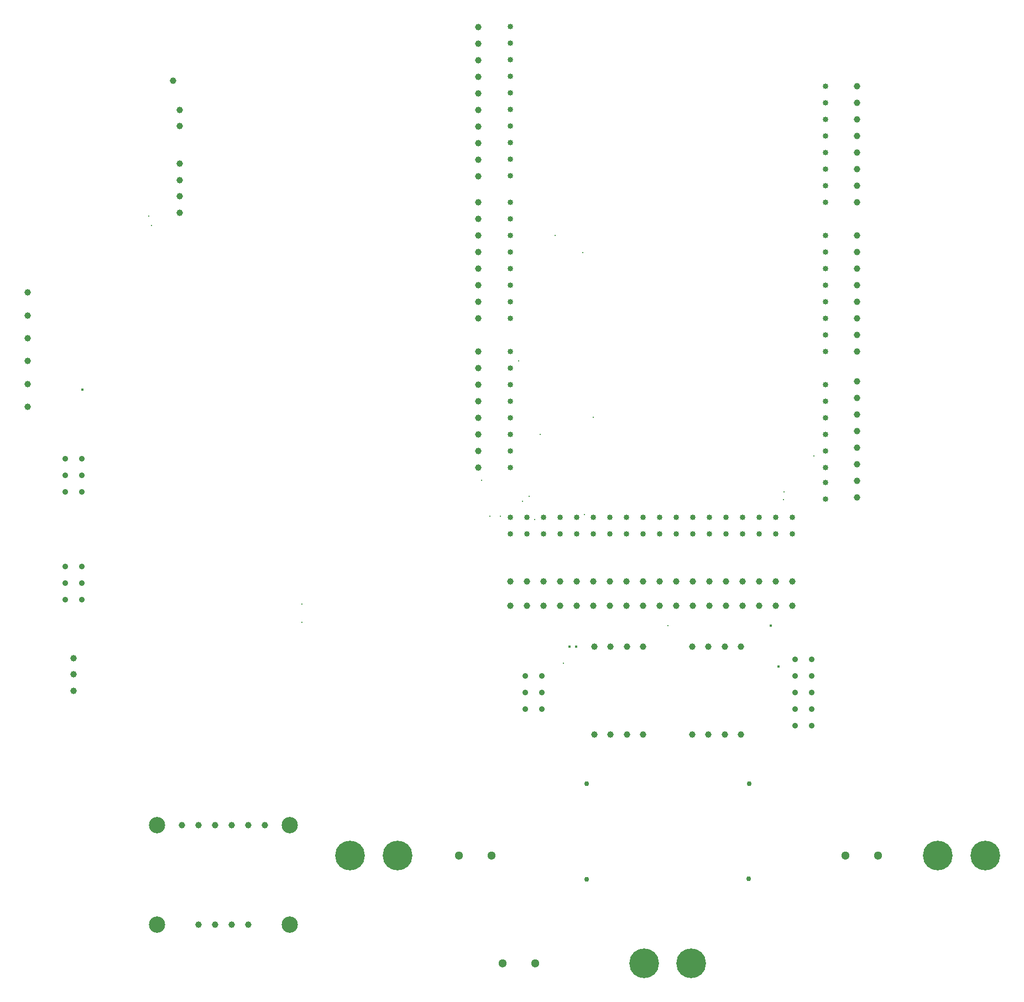
<source format=gbr>
%TF.GenerationSoftware,KiCad,Pcbnew,(6.0.9)*%
%TF.CreationDate,2023-07-09T09:32:56+10:00*%
%TF.ProjectId,Main 2.4,4d61696e-2032-42e3-942e-6b696361645f,rev?*%
%TF.SameCoordinates,Original*%
%TF.FileFunction,Plated,1,2,PTH,Drill*%
%TF.FilePolarity,Positive*%
%FSLAX46Y46*%
G04 Gerber Fmt 4.6, Leading zero omitted, Abs format (unit mm)*
G04 Created by KiCad (PCBNEW (6.0.9)) date 2023-07-09 09:32:56*
%MOMM*%
%LPD*%
G01*
G04 APERTURE LIST*
%TA.AperFunction,ViaDrill*%
%ADD10C,0.300000*%
%TD*%
%TA.AperFunction,ViaDrill*%
%ADD11C,0.400000*%
%TD*%
%TA.AperFunction,ComponentDrill*%
%ADD12C,0.762000*%
%TD*%
%TA.AperFunction,ComponentDrill*%
%ADD13C,0.850000*%
%TD*%
%TA.AperFunction,ComponentDrill*%
%ADD14C,0.890000*%
%TD*%
%TA.AperFunction,ComponentDrill*%
%ADD15C,1.000000*%
%TD*%
%TA.AperFunction,ComponentDrill*%
%ADD16C,1.300000*%
%TD*%
%TA.AperFunction,ComponentDrill*%
%ADD17C,2.500000*%
%TD*%
%TA.AperFunction,ComponentDrill*%
%ADD18C,4.550000*%
%TD*%
G04 APERTURE END LIST*
D10*
X120500000Y-102000000D03*
X121000000Y-103500000D03*
X144000000Y-161500000D03*
X144000000Y-164250000D03*
X171500000Y-142500000D03*
X172800000Y-148000000D03*
X174400000Y-148000000D03*
X177200000Y-124200000D03*
X177800000Y-145720501D03*
X178800000Y-144975500D03*
X179656589Y-148543411D03*
X180500000Y-135500000D03*
X182800000Y-105000000D03*
X184000000Y-170500000D03*
X187000000Y-107600000D03*
X187250000Y-147750000D03*
X188623301Y-132876699D03*
X200000000Y-164750000D03*
X217750000Y-145500000D03*
X217785126Y-144298052D03*
X222400000Y-138800000D03*
D11*
X110409363Y-128659363D03*
X185000000Y-168000000D03*
X185999503Y-168000000D03*
X215750000Y-164750000D03*
X217000000Y-171000000D03*
D12*
%TO.C,U1*%
X187610000Y-188965000D03*
X187610000Y-203635000D03*
X212390000Y-203535000D03*
X212490000Y-188965000D03*
D13*
%TO.C,A1*%
X175870000Y-72996000D03*
X175870000Y-75536000D03*
X175870000Y-78076000D03*
X175870000Y-80616000D03*
X175870000Y-83156000D03*
X175870000Y-85696000D03*
X175870000Y-88236000D03*
X175870000Y-90776000D03*
X175870000Y-93316000D03*
X175870000Y-95856000D03*
X175870000Y-99920000D03*
X175870000Y-102460000D03*
X175870000Y-105000000D03*
X175870000Y-107540000D03*
X175870000Y-110080000D03*
X175870000Y-112620000D03*
X175870000Y-115160000D03*
X175870000Y-117700000D03*
X175870000Y-122780000D03*
X175870000Y-125320000D03*
X175870000Y-127860000D03*
X175870000Y-130400000D03*
X175870000Y-132940000D03*
X175870000Y-135480000D03*
X175870000Y-138020000D03*
X175870000Y-140560000D03*
X175870000Y-148180000D03*
X175870000Y-150720000D03*
X178410000Y-148180000D03*
X178410000Y-150720000D03*
X180950000Y-148180000D03*
X180950000Y-150720000D03*
X183490000Y-148180000D03*
X183490000Y-150720000D03*
X186030000Y-148180000D03*
X186030000Y-150720000D03*
X188570000Y-148180000D03*
X188570000Y-150720000D03*
X191110000Y-148180000D03*
X191110000Y-150720000D03*
X193650000Y-148180000D03*
X193650000Y-150720000D03*
X196190000Y-148180000D03*
X196190000Y-150720000D03*
X198730000Y-148180000D03*
X198730000Y-150720000D03*
X201270000Y-148180000D03*
X201270000Y-150720000D03*
X203810000Y-148180000D03*
X203810000Y-150720000D03*
X206350000Y-148180000D03*
X206350000Y-150720000D03*
X208890000Y-148180000D03*
X208890000Y-150720000D03*
X211430000Y-148180000D03*
X211430000Y-150720000D03*
X213970000Y-148180000D03*
X213970000Y-150720000D03*
X216510000Y-148180000D03*
X216510000Y-150720000D03*
X219050000Y-148180000D03*
X219050000Y-150720000D03*
X224130000Y-82140000D03*
X224130000Y-84680000D03*
X224130000Y-87220000D03*
X224130000Y-89760000D03*
X224130000Y-92300000D03*
X224130000Y-94840000D03*
X224130000Y-97380000D03*
X224130000Y-99920000D03*
X224130000Y-105000000D03*
X224130000Y-107540000D03*
X224130000Y-110080000D03*
X224130000Y-112620000D03*
X224130000Y-115160000D03*
X224130000Y-117700000D03*
X224130000Y-120240000D03*
X224130000Y-122780000D03*
X224130000Y-127860000D03*
X224130000Y-130400000D03*
X224130000Y-132940000D03*
X224130000Y-135480000D03*
X224130000Y-138020000D03*
X224130000Y-140560000D03*
X224130000Y-142846000D03*
X224130000Y-145386000D03*
D14*
%TO.C,J9*%
X107730000Y-139210000D03*
X107730000Y-141750000D03*
X107730000Y-144290000D03*
%TO.C,J23*%
X107730000Y-155710000D03*
X107730000Y-158250000D03*
X107730000Y-160790000D03*
%TO.C,J9*%
X110270000Y-139210000D03*
X110270000Y-141750000D03*
X110270000Y-144290000D03*
%TO.C,J23*%
X110270000Y-155710000D03*
X110270000Y-158250000D03*
X110270000Y-160790000D03*
%TO.C,J12*%
X178230000Y-172460000D03*
X178230000Y-175000000D03*
X178230000Y-177540000D03*
X180770000Y-172460000D03*
X180770000Y-175000000D03*
X180770000Y-177540000D03*
%TO.C,J11*%
X219500000Y-169920000D03*
X219500000Y-172460000D03*
X219500000Y-175000000D03*
X219500000Y-177540000D03*
X219500000Y-180080000D03*
X222040000Y-169920000D03*
X222040000Y-172460000D03*
X222040000Y-175000000D03*
X222040000Y-177540000D03*
X222040000Y-180080000D03*
D15*
%TO.C,TP1*%
X102000000Y-113750000D03*
%TO.C,TP2*%
X102000000Y-117250000D03*
%TO.C,TP3*%
X102000000Y-120750000D03*
%TO.C,TP4*%
X102000000Y-124250000D03*
%TO.C,TP5*%
X102000000Y-127750000D03*
%TO.C,TP6*%
X102000000Y-131250000D03*
%TO.C,J24*%
X109000000Y-169750000D03*
X109000000Y-172250000D03*
X109000000Y-174750000D03*
%TO.C,TP18*%
X124250000Y-81250000D03*
%TO.C,J25*%
X125275000Y-85750000D03*
X125275000Y-88250000D03*
%TO.C,J13*%
X125275000Y-94000000D03*
X125275000Y-96500000D03*
X125275000Y-99000000D03*
X125275000Y-101500000D03*
%TO.C,U4*%
X125650000Y-195380000D03*
X128190000Y-195380000D03*
X128190000Y-210620000D03*
X130730000Y-195380000D03*
X130730000Y-210620000D03*
X133270000Y-195380000D03*
X133270000Y-210620000D03*
X135810000Y-195380000D03*
X135810000Y-210620000D03*
X138350000Y-195380000D03*
%TO.C,J19*%
X171000000Y-73050000D03*
X171000000Y-75590000D03*
X171000000Y-78130000D03*
X171000000Y-80670000D03*
X171000000Y-83210000D03*
X171000000Y-85750000D03*
X171000000Y-88290000D03*
X171000000Y-90830000D03*
X171000000Y-93370000D03*
X171000000Y-95910000D03*
%TO.C,J20*%
X171000000Y-99880000D03*
X171000000Y-102420000D03*
X171000000Y-104960000D03*
X171000000Y-107500000D03*
X171000000Y-110040000D03*
X171000000Y-112580000D03*
X171000000Y-115120000D03*
X171000000Y-117660000D03*
%TO.C,J21*%
X171000000Y-122750000D03*
X171000000Y-125290000D03*
X171000000Y-127830000D03*
X171000000Y-130370000D03*
X171000000Y-132910000D03*
X171000000Y-135450000D03*
X171000000Y-137990000D03*
X171000000Y-140530000D03*
%TO.C,J22*%
X175890000Y-158000000D03*
%TO.C,J18*%
X175890000Y-161750000D03*
%TO.C,J22*%
X178430000Y-158000000D03*
%TO.C,J18*%
X178430000Y-161750000D03*
%TO.C,J22*%
X180970000Y-158000000D03*
%TO.C,J18*%
X180970000Y-161750000D03*
%TO.C,J22*%
X183510000Y-158000000D03*
%TO.C,J18*%
X183510000Y-161750000D03*
%TO.C,J22*%
X186050000Y-158000000D03*
%TO.C,J18*%
X186050000Y-161750000D03*
%TO.C,J22*%
X188590000Y-158000000D03*
%TO.C,J18*%
X188590000Y-161750000D03*
%TO.C,J1*%
X188750000Y-168025000D03*
%TO.C,J3*%
X188750000Y-181475000D03*
%TO.C,J22*%
X191130000Y-158000000D03*
%TO.C,J18*%
X191130000Y-161750000D03*
%TO.C,J1*%
X191250000Y-168025000D03*
%TO.C,J3*%
X191250000Y-181475000D03*
%TO.C,J22*%
X193670000Y-158000000D03*
%TO.C,J18*%
X193670000Y-161750000D03*
%TO.C,J1*%
X193750000Y-168025000D03*
%TO.C,J3*%
X193750000Y-181475000D03*
%TO.C,J22*%
X196210000Y-158000000D03*
%TO.C,J18*%
X196210000Y-161750000D03*
%TO.C,J1*%
X196250000Y-168025000D03*
%TO.C,J3*%
X196250000Y-181475000D03*
%TO.C,J22*%
X198750000Y-158000000D03*
%TO.C,J18*%
X198750000Y-161750000D03*
%TO.C,J22*%
X201290000Y-158000000D03*
%TO.C,J18*%
X201290000Y-161750000D03*
%TO.C,J2*%
X203750000Y-168025000D03*
%TO.C,J4*%
X203750000Y-181475000D03*
%TO.C,J22*%
X203830000Y-158000000D03*
%TO.C,J18*%
X203830000Y-161750000D03*
%TO.C,J2*%
X206250000Y-168025000D03*
%TO.C,J4*%
X206250000Y-181475000D03*
%TO.C,J22*%
X206370000Y-158000000D03*
%TO.C,J18*%
X206370000Y-161750000D03*
%TO.C,J2*%
X208750000Y-168025000D03*
%TO.C,J4*%
X208750000Y-181475000D03*
%TO.C,J22*%
X208910000Y-158000000D03*
%TO.C,J18*%
X208910000Y-161750000D03*
%TO.C,J2*%
X211250000Y-168025000D03*
%TO.C,J4*%
X211250000Y-181475000D03*
%TO.C,J22*%
X211450000Y-158000000D03*
%TO.C,J18*%
X211450000Y-161750000D03*
%TO.C,J22*%
X213990000Y-158000000D03*
%TO.C,J18*%
X213990000Y-161750000D03*
%TO.C,J22*%
X216530000Y-158000000D03*
%TO.C,J18*%
X216530000Y-161750000D03*
%TO.C,J22*%
X219070000Y-158000000D03*
%TO.C,J18*%
X219070000Y-161750000D03*
%TO.C,J10*%
X229000000Y-82125000D03*
X229000000Y-84665000D03*
X229000000Y-87205000D03*
X229000000Y-89745000D03*
X229000000Y-92285000D03*
X229000000Y-94825000D03*
X229000000Y-97365000D03*
X229000000Y-99905000D03*
%TO.C,J14*%
X229000000Y-104970000D03*
X229000000Y-107510000D03*
X229000000Y-110050000D03*
X229000000Y-112590000D03*
X229000000Y-115130000D03*
X229000000Y-117670000D03*
X229000000Y-120210000D03*
X229000000Y-122750000D03*
%TO.C,J17*%
X229000000Y-127375000D03*
X229000000Y-129915000D03*
X229000000Y-132455000D03*
X229000000Y-134995000D03*
X229000000Y-137535000D03*
X229000000Y-140075000D03*
X229000000Y-142615000D03*
X229000000Y-145155000D03*
D16*
%TO.C,J15*%
X168000000Y-200000000D03*
X173000000Y-200000000D03*
%TO.C,J6*%
X174750000Y-216500000D03*
X179750000Y-216500000D03*
%TO.C,J16*%
X227250000Y-200000000D03*
X232250000Y-200000000D03*
D17*
%TO.C,U4*%
X121840000Y-195380000D03*
X121840000Y-210620000D03*
X142160000Y-195380000D03*
X142160000Y-210620000D03*
D18*
%TO.C,J8*%
X151400000Y-200000000D03*
X158600000Y-200000000D03*
%TO.C,J5*%
X196400000Y-216500000D03*
X203600000Y-216500000D03*
%TO.C,J7*%
X241400000Y-200000000D03*
X248600000Y-200000000D03*
M02*

</source>
